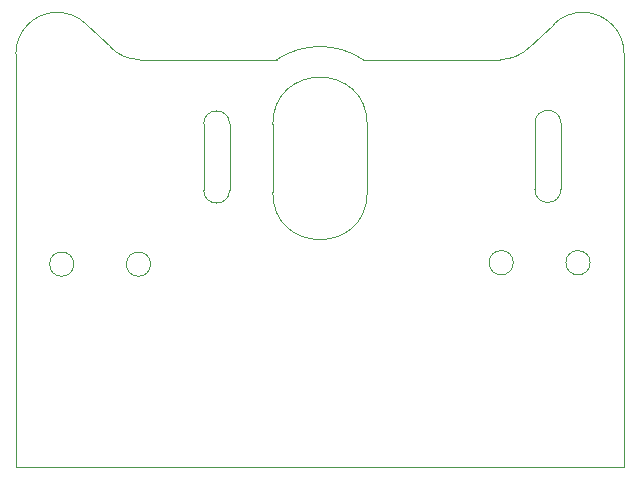
<source format=gbr>
%TF.GenerationSoftware,KiCad,Pcbnew,7.0.10*%
%TF.CreationDate,2024-02-26T13:26:31+01:00*%
%TF.ProjectId,servoFrogSwitches,73657276-6f46-4726-9f67-537769746368,rev?*%
%TF.SameCoordinates,Original*%
%TF.FileFunction,Profile,NP*%
%FSLAX46Y46*%
G04 Gerber Fmt 4.6, Leading zero omitted, Abs format (unit mm)*
G04 Created by KiCad (PCBNEW 7.0.10) date 2024-02-26 13:26:31*
%MOMM*%
%LPD*%
G01*
G04 APERTURE LIST*
%TA.AperFunction,Profile*%
%ADD10C,0.100000*%
%TD*%
%TA.AperFunction,Profile*%
%ADD11C,0.120000*%
%TD*%
G04 APERTURE END LIST*
D10*
X97000000Y-101500000D02*
X97000000Y-66500000D01*
X148500000Y-101500000D02*
X97000000Y-101500000D01*
X148500000Y-66500000D02*
X148500000Y-101500000D01*
X143150000Y-72400000D02*
G75*
G03*
X140950000Y-72400000I-1100000J0D01*
G01*
X148500000Y-66500000D02*
G75*
G03*
X145000000Y-63000000I-3500000J0D01*
G01*
X115100000Y-72450000D02*
X115100000Y-78050000D01*
X112900000Y-78050000D02*
X112900000Y-72450000D01*
X115100000Y-72450000D02*
G75*
G03*
X112900000Y-72450000I-1100000J0D01*
G01*
X107500000Y-67000000D02*
X119100000Y-67000001D01*
X145000000Y-63000000D02*
G75*
G03*
X142525126Y-64025126I0J-3500000D01*
G01*
X126400000Y-67000001D02*
G75*
G03*
X119100000Y-67000001I-3650000J-5499999D01*
G01*
X138000000Y-67000000D02*
G75*
G03*
X140474874Y-65974874I0J3500000D01*
G01*
X112900000Y-78050000D02*
G75*
G03*
X115100000Y-78050000I1100000J0D01*
G01*
X126750000Y-72500000D02*
G75*
G03*
X118750000Y-72500000I-4000000J0D01*
G01*
X140950000Y-78000000D02*
X140950000Y-72400000D01*
X100500000Y-63000000D02*
G75*
G03*
X97000000Y-66500000I0J-3500000D01*
G01*
X118750000Y-78248000D02*
X118750000Y-72500000D01*
X102974874Y-64025126D02*
X105025126Y-65974874D01*
X102974874Y-64025126D02*
G75*
G03*
X100500000Y-63000000I-2474874J-2474874D01*
G01*
X126750000Y-72500000D02*
X126750000Y-78248000D01*
X126400000Y-67000001D02*
X138000000Y-67000000D01*
X118750000Y-78248000D02*
G75*
G03*
X126750000Y-78248000I4000000J0D01*
G01*
X105025126Y-65974874D02*
G75*
G03*
X107500000Y-67000000I2474874J2474874D01*
G01*
X140474874Y-65974874D02*
X142525126Y-64025126D01*
X143150000Y-72400000D02*
X143150000Y-78000000D01*
X140950000Y-78000000D02*
G75*
G03*
X143150000Y-78000000I1100000J0D01*
G01*
D11*
%TO.C,SW502*%
X101907000Y-84327000D02*
G75*
G03*
X99857000Y-84327000I-1025000J0D01*
G01*
X99857000Y-84327000D02*
G75*
G03*
X101907000Y-84327000I1025000J0D01*
G01*
X108407000Y-84327000D02*
G75*
G03*
X106357000Y-84327000I-1025000J0D01*
G01*
X106357000Y-84327000D02*
G75*
G03*
X108407000Y-84327000I1025000J0D01*
G01*
%TO.C,SW501*%
X145618000Y-84200000D02*
G75*
G03*
X143568000Y-84200000I-1025000J0D01*
G01*
X143568000Y-84200000D02*
G75*
G03*
X145618000Y-84200000I1025000J0D01*
G01*
X139118000Y-84200000D02*
G75*
G03*
X137068000Y-84200000I-1025000J0D01*
G01*
X137068000Y-84200000D02*
G75*
G03*
X139118000Y-84200000I1025000J0D01*
G01*
%TD*%
M02*

</source>
